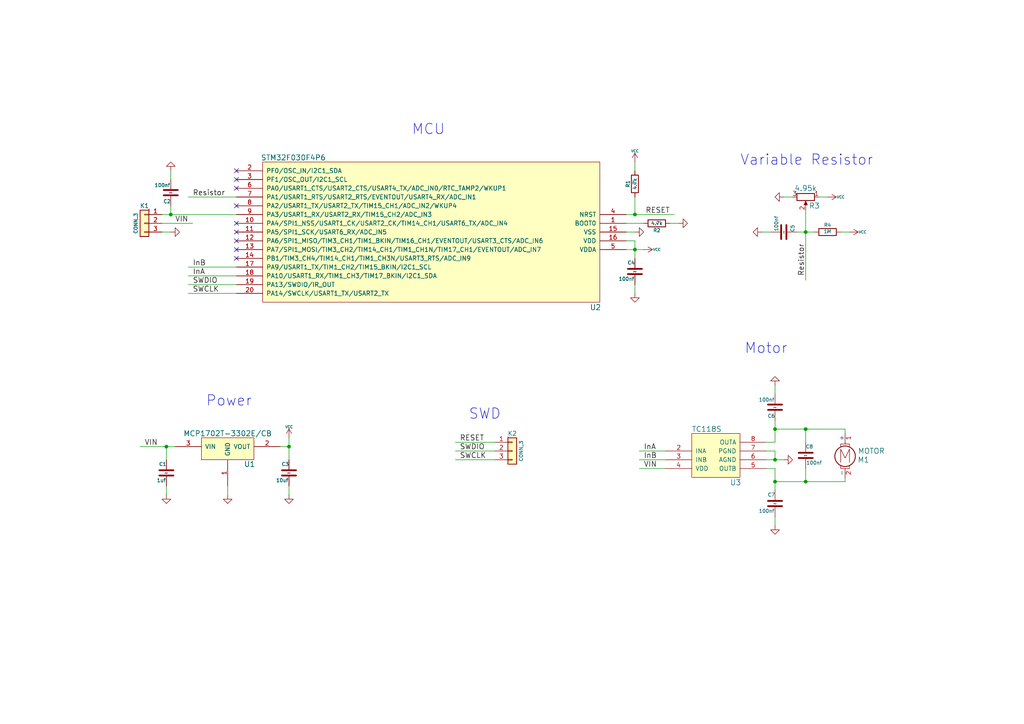
<source format=kicad_sch>
(kicad_sch (version 20211123) (generator eeschema)

  (uuid f976e2cc-36f9-4479-a816-2c74d1d5da6f)

  (paper "A4")

  (title_block
    (date "2022-04-19")
  )

  (lib_symbols
    (symbol "Connector_Generic:Conn_01x03" (pin_names (offset 1.016) hide) (in_bom yes) (on_board yes)
      (property "Reference" "J" (id 0) (at 0 5.08 0)
        (effects (font (size 1.27 1.27)))
      )
      (property "Value" "Conn_01x03" (id 1) (at 0 -5.08 0)
        (effects (font (size 1.27 1.27)))
      )
      (property "Footprint" "" (id 2) (at 0 0 0)
        (effects (font (size 1.27 1.27)) hide)
      )
      (property "Datasheet" "~" (id 3) (at 0 0 0)
        (effects (font (size 1.27 1.27)) hide)
      )
      (property "ki_keywords" "connector" (id 4) (at 0 0 0)
        (effects (font (size 1.27 1.27)) hide)
      )
      (property "ki_description" "Generic connector, single row, 01x03, script generated (kicad-library-utils/schlib/autogen/connector/)" (id 5) (at 0 0 0)
        (effects (font (size 1.27 1.27)) hide)
      )
      (property "ki_fp_filters" "Connector*:*_1x??_*" (id 6) (at 0 0 0)
        (effects (font (size 1.27 1.27)) hide)
      )
      (symbol "Conn_01x03_1_1"
        (rectangle (start -1.27 -2.413) (end 0 -2.667)
          (stroke (width 0.1524) (type default) (color 0 0 0 0))
          (fill (type none))
        )
        (rectangle (start -1.27 0.127) (end 0 -0.127)
          (stroke (width 0.1524) (type default) (color 0 0 0 0))
          (fill (type none))
        )
        (rectangle (start -1.27 2.667) (end 0 2.413)
          (stroke (width 0.1524) (type default) (color 0 0 0 0))
          (fill (type none))
        )
        (rectangle (start -1.27 3.81) (end 1.27 -3.81)
          (stroke (width 0.254) (type default) (color 0 0 0 0))
          (fill (type background))
        )
        (pin passive line (at -5.08 2.54 0) (length 3.81)
          (name "Pin_1" (effects (font (size 1.27 1.27))))
          (number "1" (effects (font (size 1.27 1.27))))
        )
        (pin passive line (at -5.08 0 0) (length 3.81)
          (name "Pin_2" (effects (font (size 1.27 1.27))))
          (number "2" (effects (font (size 1.27 1.27))))
        )
        (pin passive line (at -5.08 -2.54 0) (length 3.81)
          (name "Pin_3" (effects (font (size 1.27 1.27))))
          (number "3" (effects (font (size 1.27 1.27))))
        )
      )
    )
    (symbol "Device:C" (pin_numbers hide) (pin_names (offset 0.254)) (in_bom yes) (on_board yes)
      (property "Reference" "C" (id 0) (at 0.635 2.54 0)
        (effects (font (size 1.27 1.27)) (justify left))
      )
      (property "Value" "C" (id 1) (at 0.635 -2.54 0)
        (effects (font (size 1.27 1.27)) (justify left))
      )
      (property "Footprint" "" (id 2) (at 0.9652 -3.81 0)
        (effects (font (size 1.27 1.27)) hide)
      )
      (property "Datasheet" "~" (id 3) (at 0 0 0)
        (effects (font (size 1.27 1.27)) hide)
      )
      (property "ki_keywords" "cap capacitor" (id 4) (at 0 0 0)
        (effects (font (size 1.27 1.27)) hide)
      )
      (property "ki_description" "Unpolarized capacitor" (id 5) (at 0 0 0)
        (effects (font (size 1.27 1.27)) hide)
      )
      (property "ki_fp_filters" "C_*" (id 6) (at 0 0 0)
        (effects (font (size 1.27 1.27)) hide)
      )
      (symbol "C_0_1"
        (polyline
          (pts
            (xy -2.032 -0.762)
            (xy 2.032 -0.762)
          )
          (stroke (width 0.508) (type default) (color 0 0 0 0))
          (fill (type none))
        )
        (polyline
          (pts
            (xy -2.032 0.762)
            (xy 2.032 0.762)
          )
          (stroke (width 0.508) (type default) (color 0 0 0 0))
          (fill (type none))
        )
      )
      (symbol "C_1_1"
        (pin passive line (at 0 3.81 270) (length 2.794)
          (name "~" (effects (font (size 1.27 1.27))))
          (number "1" (effects (font (size 1.27 1.27))))
        )
        (pin passive line (at 0 -3.81 90) (length 2.794)
          (name "~" (effects (font (size 1.27 1.27))))
          (number "2" (effects (font (size 1.27 1.27))))
        )
      )
    )
    (symbol "Device:R" (pin_numbers hide) (pin_names (offset 0)) (in_bom yes) (on_board yes)
      (property "Reference" "R" (id 0) (at 2.032 0 90)
        (effects (font (size 1.27 1.27)))
      )
      (property "Value" "R" (id 1) (at 0 0 90)
        (effects (font (size 1.27 1.27)))
      )
      (property "Footprint" "" (id 2) (at -1.778 0 90)
        (effects (font (size 1.27 1.27)) hide)
      )
      (property "Datasheet" "~" (id 3) (at 0 0 0)
        (effects (font (size 1.27 1.27)) hide)
      )
      (property "ki_keywords" "R res resistor" (id 4) (at 0 0 0)
        (effects (font (size 1.27 1.27)) hide)
      )
      (property "ki_description" "Resistor" (id 5) (at 0 0 0)
        (effects (font (size 1.27 1.27)) hide)
      )
      (property "ki_fp_filters" "R_*" (id 6) (at 0 0 0)
        (effects (font (size 1.27 1.27)) hide)
      )
      (symbol "R_0_1"
        (rectangle (start -1.016 -2.54) (end 1.016 2.54)
          (stroke (width 0.254) (type default) (color 0 0 0 0))
          (fill (type none))
        )
      )
      (symbol "R_1_1"
        (pin passive line (at 0 3.81 270) (length 1.27)
          (name "~" (effects (font (size 1.27 1.27))))
          (number "1" (effects (font (size 1.27 1.27))))
        )
        (pin passive line (at 0 -3.81 90) (length 1.27)
          (name "~" (effects (font (size 1.27 1.27))))
          (number "2" (effects (font (size 1.27 1.27))))
        )
      )
    )
    (symbol "Device:R_Potentiometer" (pin_names (offset 1.016) hide) (in_bom yes) (on_board yes)
      (property "Reference" "RV" (id 0) (at -4.445 0 90)
        (effects (font (size 1.27 1.27)))
      )
      (property "Value" "R_Potentiometer" (id 1) (at -2.54 0 90)
        (effects (font (size 1.27 1.27)))
      )
      (property "Footprint" "" (id 2) (at 0 0 0)
        (effects (font (size 1.27 1.27)) hide)
      )
      (property "Datasheet" "~" (id 3) (at 0 0 0)
        (effects (font (size 1.27 1.27)) hide)
      )
      (property "ki_keywords" "resistor variable" (id 4) (at 0 0 0)
        (effects (font (size 1.27 1.27)) hide)
      )
      (property "ki_description" "Potentiometer" (id 5) (at 0 0 0)
        (effects (font (size 1.27 1.27)) hide)
      )
      (property "ki_fp_filters" "Potentiometer*" (id 6) (at 0 0 0)
        (effects (font (size 1.27 1.27)) hide)
      )
      (symbol "R_Potentiometer_0_1"
        (polyline
          (pts
            (xy 2.54 0)
            (xy 1.524 0)
          )
          (stroke (width 0) (type default) (color 0 0 0 0))
          (fill (type none))
        )
        (polyline
          (pts
            (xy 1.143 0)
            (xy 2.286 0.508)
            (xy 2.286 -0.508)
            (xy 1.143 0)
          )
          (stroke (width 0) (type default) (color 0 0 0 0))
          (fill (type outline))
        )
        (rectangle (start 1.016 2.54) (end -1.016 -2.54)
          (stroke (width 0.254) (type default) (color 0 0 0 0))
          (fill (type none))
        )
      )
      (symbol "R_Potentiometer_1_1"
        (pin passive line (at 0 3.81 270) (length 1.27)
          (name "1" (effects (font (size 1.27 1.27))))
          (number "1" (effects (font (size 1.27 1.27))))
        )
        (pin passive line (at 3.81 0 180) (length 1.27)
          (name "2" (effects (font (size 1.27 1.27))))
          (number "2" (effects (font (size 1.27 1.27))))
        )
        (pin passive line (at 0 -3.81 90) (length 1.27)
          (name "3" (effects (font (size 1.27 1.27))))
          (number "3" (effects (font (size 1.27 1.27))))
        )
      )
    )
    (symbol "Motor:Motor_DC_ALT" (pin_names (offset 0)) (in_bom yes) (on_board yes)
      (property "Reference" "M" (id 0) (at 2.54 2.54 0)
        (effects (font (size 1.27 1.27)) (justify left))
      )
      (property "Value" "Motor_DC_ALT" (id 1) (at 2.54 -5.08 0)
        (effects (font (size 1.27 1.27)) (justify left top))
      )
      (property "Footprint" "" (id 2) (at 0 -2.286 0)
        (effects (font (size 1.27 1.27)) hide)
      )
      (property "Datasheet" "~" (id 3) (at 0 -2.286 0)
        (effects (font (size 1.27 1.27)) hide)
      )
      (property "ki_keywords" "DC Motor" (id 4) (at 0 0 0)
        (effects (font (size 1.27 1.27)) hide)
      )
      (property "ki_description" "DC Motor, alternative symbol" (id 5) (at 0 0 0)
        (effects (font (size 1.27 1.27)) hide)
      )
      (property "ki_fp_filters" "PinHeader*P2.54mm* TerminalBlock*" (id 6) (at 0 0 0)
        (effects (font (size 1.27 1.27)) hide)
      )
      (symbol "Motor_DC_ALT_0_0"
        (circle (center 0 -1.524) (radius 2.9718)
          (stroke (width 0.254) (type default) (color 0 0 0 0))
          (fill (type none))
        )
        (polyline
          (pts
            (xy -1.27 -4.318)
            (xy -1.27 -5.08)
            (xy 1.27 -5.08)
            (xy 1.27 -4.318)
          )
          (stroke (width 0) (type default) (color 0 0 0 0))
          (fill (type none))
        )
        (polyline
          (pts
            (xy -1.27 1.27)
            (xy -1.27 2.032)
            (xy 1.27 2.032)
            (xy 1.27 1.27)
          )
          (stroke (width 0) (type default) (color 0 0 0 0))
          (fill (type none))
        )
        (polyline
          (pts
            (xy -1.27 -3.302)
            (xy -1.27 0.508)
            (xy 0 -2.032)
            (xy 1.27 0.508)
            (xy 1.27 -3.302)
          )
          (stroke (width 0) (type default) (color 0 0 0 0))
          (fill (type none))
        )
      )
      (symbol "Motor_DC_ALT_0_1"
        (polyline
          (pts
            (xy 0 2.032)
            (xy 0 2.54)
          )
          (stroke (width 0) (type default) (color 0 0 0 0))
          (fill (type none))
        )
      )
      (symbol "Motor_DC_ALT_1_1"
        (pin passive line (at 0 5.08 270) (length 2.54)
          (name "+" (effects (font (size 1.27 1.27))))
          (number "1" (effects (font (size 1.27 1.27))))
        )
        (pin passive line (at 0 -7.62 90) (length 2.54)
          (name "-" (effects (font (size 1.27 1.27))))
          (number "2" (effects (font (size 1.27 1.27))))
        )
      )
    )
    (symbol "RS-Quadruped:MCP1702T-3302E{slash}CB" (pin_names (offset 1.016)) (in_bom yes) (on_board yes)
      (property "Reference" "U?" (id 0) (at 6.35 -5.08 0)
        (effects (font (size 1.524 1.524)))
      )
      (property "Value" "MCP1702T-3302E{slash}CB" (id 1) (at 0 3.81 0)
        (effects (font (size 1.524 1.524)))
      )
      (property "Footprint" "" (id 2) (at 0 7.62 0)
        (effects (font (size 1.524 1.524)))
      )
      (property "Datasheet" "" (id 3) (at 0 7.62 0)
        (effects (font (size 1.524 1.524)))
      )
      (symbol "MCP1702T-3302E{slash}CB_0_1"
        (rectangle (start -7.62 -3.81) (end 7.62 2.54)
          (stroke (width 0) (type default) (color 0 0 0 0))
          (fill (type background))
        )
      )
      (symbol "MCP1702T-3302E{slash}CB_1_1"
        (pin input line (at 0 -11.43 90) (length 7.62)
          (name "GND" (effects (font (size 1.27 1.27))))
          (number "1" (effects (font (size 1.27 1.27))))
        )
        (pin input line (at 15.24 0 180) (length 7.62)
          (name "VOUT" (effects (font (size 1.27 1.27))))
          (number "2" (effects (font (size 1.27 1.27))))
        )
        (pin input line (at -15.24 0 0) (length 7.62)
          (name "VIN" (effects (font (size 1.27 1.27))))
          (number "3" (effects (font (size 1.27 1.27))))
        )
      )
    )
    (symbol "RS-Quadruped:STM32F030F4P6" (pin_names (offset 1.016)) (in_bom yes) (on_board yes)
      (property "Reference" "U?" (id 0) (at 96.52 -39.624 0)
        (effects (font (size 1.524 1.524)))
      )
      (property "Value" "STM32F030F4P6" (id 1) (at 8.89 3.81 0)
        (effects (font (size 1.524 1.524)))
      )
      (property "Footprint" "" (id 2) (at 8.89 3.81 0)
        (effects (font (size 1.524 1.524)))
      )
      (property "Datasheet" "" (id 3) (at 8.89 3.81 0)
        (effects (font (size 1.524 1.524)))
      )
      (symbol "STM32F030F4P6_0_1"
        (rectangle (start 0 2.54) (end 97.79 -38.1)
          (stroke (width 0) (type default) (color 0 0 0 0))
          (fill (type background))
        )
      )
      (symbol "STM32F030F4P6_1_1"
        (pin input line (at 105.41 -15.24 180) (length 7.62)
          (name "BOOT0" (effects (font (size 1.27 1.27))))
          (number "1" (effects (font (size 1.27 1.27))))
        )
        (pin input line (at -7.62 -15.24 0) (length 7.62)
          (name "PA4/SPI1_NSS/USART1_CK/USART2_CK/TIM14_CH1/USART6_TX/ADC_IN4" (effects (font (size 1.27 1.27))))
          (number "10" (effects (font (size 1.27 1.27))))
        )
        (pin input line (at -7.62 -17.78 0) (length 7.62)
          (name "PA5/SPI1_SCK/USART6_RX/ADC_IN5" (effects (font (size 1.27 1.27))))
          (number "11" (effects (font (size 1.27 1.27))))
        )
        (pin input line (at -7.62 -20.32 0) (length 7.62)
          (name "PA6/SPI1_MISO/TIM3_CH1/TIM1_BKIN/TIM16_CH1/EVENTOUT/USART3_CTS/ADC_IN6" (effects (font (size 1.27 1.27))))
          (number "12" (effects (font (size 1.27 1.27))))
        )
        (pin input line (at -7.62 -22.86 0) (length 7.62)
          (name "PA7/SPI1_MOSI/TIM3_CH2/TIM14_CH1/TIM1_CH1N/TIM17_CH1/EVENTOUT/ADC_IN7" (effects (font (size 1.27 1.27))))
          (number "13" (effects (font (size 1.27 1.27))))
        )
        (pin input line (at -7.62 -25.4 0) (length 7.62)
          (name "PB1/TIM3_CH4/TIM14_CH1/TIM1_CH3N/USART3_RTS/ADC_IN9" (effects (font (size 1.27 1.27))))
          (number "14" (effects (font (size 1.27 1.27))))
        )
        (pin input line (at 105.41 -17.78 180) (length 7.62)
          (name "VSS" (effects (font (size 1.27 1.27))))
          (number "15" (effects (font (size 1.27 1.27))))
        )
        (pin input line (at 105.41 -20.32 180) (length 7.62)
          (name "VDD" (effects (font (size 1.27 1.27))))
          (number "16" (effects (font (size 1.27 1.27))))
        )
        (pin input line (at -7.62 -27.94 0) (length 7.62)
          (name "PA9/USART1_TX/TIM1_CH2/TIM15_BKIN/I2C1_SCL" (effects (font (size 1.27 1.27))))
          (number "17" (effects (font (size 1.27 1.27))))
        )
        (pin input line (at -7.62 -30.48 0) (length 7.62)
          (name "PA10/USART1_RX/TIM1_CH3/TIM17_BKIN/I2C1_SDA" (effects (font (size 1.27 1.27))))
          (number "18" (effects (font (size 1.27 1.27))))
        )
        (pin input line (at -7.62 -33.02 0) (length 7.62)
          (name "PA13/SWDIO/IR_OUT" (effects (font (size 1.27 1.27))))
          (number "19" (effects (font (size 1.27 1.27))))
        )
        (pin input line (at -7.62 0 0) (length 7.62)
          (name "PF0/OSC_IN/I2C1_SDA" (effects (font (size 1.27 1.27))))
          (number "2" (effects (font (size 1.27 1.27))))
        )
        (pin input line (at -7.62 -35.56 0) (length 7.62)
          (name "PA14/SWCLK/USART1_TX/USART2_TX" (effects (font (size 1.27 1.27))))
          (number "20" (effects (font (size 1.27 1.27))))
        )
        (pin input line (at -7.62 -2.54 0) (length 7.62)
          (name "PF1/OSC_OUT/I2C1_SCL" (effects (font (size 1.27 1.27))))
          (number "3" (effects (font (size 1.27 1.27))))
        )
        (pin input line (at 105.41 -12.7 180) (length 7.62)
          (name "NRST" (effects (font (size 1.27 1.27))))
          (number "4" (effects (font (size 1.27 1.27))))
        )
        (pin input line (at 105.41 -22.86 180) (length 7.62)
          (name "VDDA" (effects (font (size 1.27 1.27))))
          (number "5" (effects (font (size 1.27 1.27))))
        )
        (pin input line (at -7.62 -5.08 0) (length 7.62)
          (name "PA0/USART1_CTS/USART2_CTS/USART4_TX/ADC_IN0/RTC_TAMP2/WKUP1" (effects (font (size 1.27 1.27))))
          (number "6" (effects (font (size 1.27 1.27))))
        )
        (pin input line (at -7.62 -7.62 0) (length 7.62)
          (name "PA1/USART1_RTS/USART2_RTS/EVENTOUT/USART4_RX/ADC_IN1" (effects (font (size 1.27 1.27))))
          (number "7" (effects (font (size 1.27 1.27))))
        )
        (pin input line (at -7.62 -10.16 0) (length 7.62)
          (name "PA2/USART1_TX/USART2_TX/TIM15_CH1/ADC_IN2/WKUP4" (effects (font (size 1.27 1.27))))
          (number "8" (effects (font (size 1.27 1.27))))
        )
        (pin input line (at -7.62 -12.7 0) (length 7.62)
          (name "PA3/USART1_RX/USART2_RX/TIM15_CH2/ADC_IN3" (effects (font (size 1.27 1.27))))
          (number "9" (effects (font (size 1.27 1.27))))
        )
      )
    )
    (symbol "RS-Quadruped:TC118S" (pin_names (offset 1.016)) (in_bom yes) (on_board yes)
      (property "Reference" "U?" (id 0) (at 12.7 -11.684 0)
        (effects (font (size 1.524 1.524)))
      )
      (property "Value" "TC118S" (id 1) (at 4.318 3.81 0)
        (effects (font (size 1.524 1.524)))
      )
      (property "Footprint" "" (id 2) (at 0 1.27 0)
        (effects (font (size 1.524 1.524)))
      )
      (property "Datasheet" "" (id 3) (at 0 1.27 0)
        (effects (font (size 1.524 1.524)))
      )
      (symbol "TC118S_0_1"
        (rectangle (start 0 -10.16) (end 13.97 2.54)
          (stroke (width 0) (type default) (color 0 0 0 0))
          (fill (type background))
        )
      )
      (symbol "TC118S_1_1"
        (pin input line (at -7.62 -2.54 0) (length 7.62)
          (name "INA" (effects (font (size 1.27 1.27))))
          (number "2" (effects (font (size 1.27 1.27))))
        )
        (pin input line (at -7.62 -5.08 0) (length 7.62)
          (name "INB" (effects (font (size 1.27 1.27))))
          (number "3" (effects (font (size 1.27 1.27))))
        )
        (pin input line (at -7.62 -7.62 0) (length 7.62)
          (name "VDD" (effects (font (size 1.27 1.27))))
          (number "4" (effects (font (size 1.27 1.27))))
        )
        (pin input line (at 21.59 -7.62 180) (length 7.62)
          (name "OUTB" (effects (font (size 1.27 1.27))))
          (number "5" (effects (font (size 1.27 1.27))))
        )
        (pin input line (at 21.59 -5.08 180) (length 7.62)
          (name "AGND" (effects (font (size 1.27 1.27))))
          (number "6" (effects (font (size 1.27 1.27))))
        )
        (pin input line (at 21.59 -2.54 180) (length 7.62)
          (name "PGND" (effects (font (size 1.27 1.27))))
          (number "7" (effects (font (size 1.27 1.27))))
        )
        (pin input line (at 21.59 0 180) (length 7.62)
          (name "OUTA" (effects (font (size 1.27 1.27))))
          (number "8" (effects (font (size 1.27 1.27))))
        )
      )
    )
    (symbol "power:GND" (power) (pin_names (offset 0)) (in_bom yes) (on_board yes)
      (property "Reference" "#PWR" (id 0) (at 0 -6.35 0)
        (effects (font (size 1.27 1.27)) hide)
      )
      (property "Value" "GND" (id 1) (at 0 -3.81 0)
        (effects (font (size 1.27 1.27)))
      )
      (property "Footprint" "" (id 2) (at 0 0 0)
        (effects (font (size 1.27 1.27)) hide)
      )
      (property "Datasheet" "" (id 3) (at 0 0 0)
        (effects (font (size 1.27 1.27)) hide)
      )
      (property "ki_keywords" "power-flag" (id 4) (at 0 0 0)
        (effects (font (size 1.27 1.27)) hide)
      )
      (property "ki_description" "Power symbol creates a global label with name \"GND\" , ground" (id 5) (at 0 0 0)
        (effects (font (size 1.27 1.27)) hide)
      )
      (symbol "GND_0_1"
        (polyline
          (pts
            (xy 0 0)
            (xy 0 -1.27)
            (xy 1.27 -1.27)
            (xy 0 -2.54)
            (xy -1.27 -1.27)
            (xy 0 -1.27)
          )
          (stroke (width 0) (type default) (color 0 0 0 0))
          (fill (type none))
        )
      )
      (symbol "GND_1_1"
        (pin power_in line (at 0 0 270) (length 0) hide
          (name "GND" (effects (font (size 1.27 1.27))))
          (number "1" (effects (font (size 1.27 1.27))))
        )
      )
    )
    (symbol "power:VCC" (power) (pin_names (offset 0)) (in_bom yes) (on_board yes)
      (property "Reference" "#PWR" (id 0) (at 0 -3.81 0)
        (effects (font (size 1.27 1.27)) hide)
      )
      (property "Value" "VCC" (id 1) (at 0 3.81 0)
        (effects (font (size 1.27 1.27)))
      )
      (property "Footprint" "" (id 2) (at 0 0 0)
        (effects (font (size 1.27 1.27)) hide)
      )
      (property "Datasheet" "" (id 3) (at 0 0 0)
        (effects (font (size 1.27 1.27)) hide)
      )
      (property "ki_keywords" "power-flag" (id 4) (at 0 0 0)
        (effects (font (size 1.27 1.27)) hide)
      )
      (property "ki_description" "Power symbol creates a global label with name \"VCC\"" (id 5) (at 0 0 0)
        (effects (font (size 1.27 1.27)) hide)
      )
      (symbol "VCC_0_1"
        (polyline
          (pts
            (xy -0.762 1.27)
            (xy 0 2.54)
          )
          (stroke (width 0) (type default) (color 0 0 0 0))
          (fill (type none))
        )
        (polyline
          (pts
            (xy 0 0)
            (xy 0 2.54)
          )
          (stroke (width 0) (type default) (color 0 0 0 0))
          (fill (type none))
        )
        (polyline
          (pts
            (xy 0 2.54)
            (xy 0.762 1.27)
          )
          (stroke (width 0) (type default) (color 0 0 0 0))
          (fill (type none))
        )
      )
      (symbol "VCC_1_1"
        (pin power_in line (at 0 0 90) (length 0) hide
          (name "VCC" (effects (font (size 1.27 1.27))))
          (number "1" (effects (font (size 1.27 1.27))))
        )
      )
    )
  )

  (junction (at 49.53 62.23) (diameter 0) (color 0 0 0 0)
    (uuid 0e1ed1c5-7428-4dc7-b76e-49b2d5f8177d)
  )
  (junction (at 224.79 124.46) (diameter 0) (color 0 0 0 0)
    (uuid 29e78086-2175-405e-9ba3-c48766d2f50c)
  )
  (junction (at 48.26 129.54) (diameter 0) (color 0 0 0 0)
    (uuid 40165eda-4ba6-4565-9bb4-b9df6dbb08da)
  )
  (junction (at 233.68 124.46) (diameter 0) (color 0 0 0 0)
    (uuid 7aed3a71-054b-4aaa-9c0a-030523c32827)
  )
  (junction (at 233.68 67.31) (diameter 0) (color 0 0 0 0)
    (uuid 8174b4de-74b1-48db-ab8e-c8432251095b)
  )
  (junction (at 83.82 129.54) (diameter 0) (color 0 0 0 0)
    (uuid 8c6a821f-8e19-48f3-8f44-9b340f7689bc)
  )
  (junction (at 224.79 133.35) (diameter 0) (color 0 0 0 0)
    (uuid 9340c285-5767-42d5-8b6d-63fe2a40ddf3)
  )
  (junction (at 184.15 62.23) (diameter 0) (color 0 0 0 0)
    (uuid 965308c8-e014-459a-b9db-b8493a601c62)
  )
  (junction (at 184.15 72.39) (diameter 0) (color 0 0 0 0)
    (uuid a27eb049-c992-4f11-a026-1e6a8d9d0160)
  )
  (junction (at 224.79 139.7) (diameter 0) (color 0 0 0 0)
    (uuid aa14c3bd-4acc-4908-9d28-228585a22a9d)
  )
  (junction (at 233.68 139.7) (diameter 0) (color 0 0 0 0)
    (uuid c0515cd2-cdaa-467e-8354-0f6eadfa35c9)
  )

  (no_connect (at 68.58 49.53) (uuid 21ae9c3a-7138-444e-be38-56a4842ab594))
  (no_connect (at 68.58 67.31) (uuid 57c0c267-8bf9-4cc7-b734-d71a239ac313))
  (no_connect (at 68.58 74.93) (uuid 5ca4be1c-537e-4a4a-b344-d0c8ffde8546))
  (no_connect (at 68.58 72.39) (uuid 67763d19-f622-4e1e-81e5-5b24da7c3f99))
  (no_connect (at 68.58 59.69) (uuid 7cee474b-af8f-4832-b07a-c43c1ab0b464))
  (no_connect (at 68.58 64.77) (uuid 853ee787-6e2c-4f32-bc75-6c17337dd3d5))
  (no_connect (at 68.58 69.85) (uuid 994b6220-4755-4d84-91b3-6122ac1c2c5e))
  (no_connect (at 68.58 54.61) (uuid 9cb12cc8-7f1a-4a01-9256-c119f11a8a02))
  (no_connect (at 68.58 52.07) (uuid c7e7067c-5f5e-48d8-ab59-df26f9b35863))

  (wire (pts (xy 245.11 125.73) (xy 245.11 124.46))
    (stroke (width 0) (type default) (color 0 0 0 0))
    (uuid 023d436b-d6a6-4465-80eb-82748555c78a)
  )
  (wire (pts (xy 224.79 124.46) (xy 233.68 124.46))
    (stroke (width 0) (type default) (color 0 0 0 0))
    (uuid 03c52831-5dc5-43c5-a442-8d23643b46fb)
  )
  (wire (pts (xy 48.26 143.51) (xy 48.26 140.97))
    (stroke (width 0) (type default) (color 0 0 0 0))
    (uuid 08a7c925-7fae-4530-b0c9-120e185cb318)
  )
  (wire (pts (xy 48.26 129.54) (xy 50.8 129.54))
    (stroke (width 0) (type default) (color 0 0 0 0))
    (uuid 0a1d0cbe-85ab-4f0f-b3b1-fcef21dfb600)
  )
  (wire (pts (xy 224.79 124.46) (xy 224.79 128.27))
    (stroke (width 0) (type default) (color 0 0 0 0))
    (uuid 0a5610bb-d01a-4417-8271-dc424dd2c838)
  )
  (wire (pts (xy 224.79 152.4) (xy 224.79 149.86))
    (stroke (width 0) (type default) (color 0 0 0 0))
    (uuid 0b21a65d-d20b-411e-920a-75c343ac5136)
  )
  (wire (pts (xy 181.61 62.23) (xy 184.15 62.23))
    (stroke (width 0) (type default) (color 0 0 0 0))
    (uuid 0c3dceba-7c95-4b3d-b590-0eb581444beb)
  )
  (wire (pts (xy 240.03 57.15) (xy 237.49 57.15))
    (stroke (width 0) (type default) (color 0 0 0 0))
    (uuid 0eaa98f0-9565-4637-ace3-42a5231b07f7)
  )
  (wire (pts (xy 224.79 128.27) (xy 222.25 128.27))
    (stroke (width 0) (type default) (color 0 0 0 0))
    (uuid 0f22151c-f260-4674-b486-4710a2c42a55)
  )
  (wire (pts (xy 181.61 69.85) (xy 184.15 69.85))
    (stroke (width 0) (type default) (color 0 0 0 0))
    (uuid 0ff508fd-18da-4ab7-9844-3c8a28c2587e)
  )
  (wire (pts (xy 49.53 67.31) (xy 46.99 67.31))
    (stroke (width 0) (type default) (color 0 0 0 0))
    (uuid 127679a9-3981-4934-815e-896a4e3ff56e)
  )
  (wire (pts (xy 222.25 133.35) (xy 224.79 133.35))
    (stroke (width 0) (type default) (color 0 0 0 0))
    (uuid 181abe7a-f941-42b6-bd46-aaa3131f90fb)
  )
  (wire (pts (xy 143.51 128.27) (xy 132.08 128.27))
    (stroke (width 0) (type default) (color 0 0 0 0))
    (uuid 182b2d54-931d-49d6-9f39-60a752623e36)
  )
  (wire (pts (xy 224.79 111.76) (xy 224.79 114.3))
    (stroke (width 0) (type default) (color 0 0 0 0))
    (uuid 1831fb37-1c5d-42c4-b898-151be6fca9dc)
  )
  (wire (pts (xy 55.88 64.77) (xy 46.99 64.77))
    (stroke (width 0) (type default) (color 0 0 0 0))
    (uuid 1bf544e3-5940-4576-9291-2464e95c0ee2)
  )
  (wire (pts (xy 184.15 62.23) (xy 195.58 62.23))
    (stroke (width 0) (type default) (color 0 0 0 0))
    (uuid 1cb64bfe-d819-47e3-be11-515b04f2c451)
  )
  (wire (pts (xy 68.58 85.09) (xy 54.61 85.09))
    (stroke (width 0) (type default) (color 0 0 0 0))
    (uuid 2dc272bd-3aa2-45b5-889d-1d3c8aac80f8)
  )
  (wire (pts (xy 184.15 69.85) (xy 184.15 72.39))
    (stroke (width 0) (type default) (color 0 0 0 0))
    (uuid 378af8b4-af3d-46e7-89ae-deff12ca9067)
  )
  (wire (pts (xy 222.25 135.89) (xy 224.79 135.89))
    (stroke (width 0) (type default) (color 0 0 0 0))
    (uuid 3cd1bda0-18db-417d-b581-a0c50623df68)
  )
  (wire (pts (xy 181.61 64.77) (xy 186.69 64.77))
    (stroke (width 0) (type default) (color 0 0 0 0))
    (uuid 3fd22aa0-b338-4485-bd2b-592dbf4208de)
  )
  (wire (pts (xy 224.79 139.7) (xy 224.79 142.24))
    (stroke (width 0) (type default) (color 0 0 0 0))
    (uuid 42ecdba3-f348-4384-8d4b-cd21e56f3613)
  )
  (wire (pts (xy 220.98 67.31) (xy 223.52 67.31))
    (stroke (width 0) (type default) (color 0 0 0 0))
    (uuid 48ab88d7-7084-4d02-b109-3ad55a30bb11)
  )
  (wire (pts (xy 48.26 129.54) (xy 48.26 133.35))
    (stroke (width 0) (type default) (color 0 0 0 0))
    (uuid 4a4ec8d9-3d72-4952-83d4-808f65849a2b)
  )
  (wire (pts (xy 233.68 139.7) (xy 233.68 135.89))
    (stroke (width 0) (type default) (color 0 0 0 0))
    (uuid 4c8eb964-bdf4-44de-90e9-e2ab82dd5313)
  )
  (wire (pts (xy 245.11 139.7) (xy 245.11 138.43))
    (stroke (width 0) (type default) (color 0 0 0 0))
    (uuid 4e7635a6-0728-48fa-b009-c4e83e2819d1)
  )
  (wire (pts (xy 49.53 62.23) (xy 68.58 62.23))
    (stroke (width 0) (type default) (color 0 0 0 0))
    (uuid 60d26b83-9c3a-4edb-93ef-ab3d9d05e8cb)
  )
  (wire (pts (xy 83.82 143.51) (xy 83.82 140.97))
    (stroke (width 0) (type default) (color 0 0 0 0))
    (uuid 61fe293f-6808-4b7f-9340-9aaac7054a97)
  )
  (wire (pts (xy 81.28 129.54) (xy 83.82 129.54))
    (stroke (width 0) (type default) (color 0 0 0 0))
    (uuid 6475547d-3216-45a4-a15c-48314f1dd0f9)
  )
  (wire (pts (xy 83.82 127) (xy 83.82 129.54))
    (stroke (width 0) (type default) (color 0 0 0 0))
    (uuid 6bfe5804-2ef9-4c65-b2a7-f01e4014370a)
  )
  (wire (pts (xy 227.33 57.15) (xy 229.87 57.15))
    (stroke (width 0) (type default) (color 0 0 0 0))
    (uuid 704d6d51-bb34-4cbf-83d8-841e208048d8)
  )
  (wire (pts (xy 184.15 85.09) (xy 184.15 82.55))
    (stroke (width 0) (type default) (color 0 0 0 0))
    (uuid 70e15522-1572-4451-9c0d-6d36ac70d8c6)
  )
  (wire (pts (xy 181.61 72.39) (xy 184.15 72.39))
    (stroke (width 0) (type default) (color 0 0 0 0))
    (uuid 716e31c5-485f-40b5-88e3-a75900da9811)
  )
  (wire (pts (xy 193.04 130.81) (xy 185.42 130.81))
    (stroke (width 0) (type default) (color 0 0 0 0))
    (uuid 80094b70-85ab-4ff6-934b-60d5ee65023a)
  )
  (wire (pts (xy 233.68 124.46) (xy 233.68 128.27))
    (stroke (width 0) (type default) (color 0 0 0 0))
    (uuid 85aa3e59-e27f-4b61-8b58-d2aa7aa861e1)
  )
  (wire (pts (xy 66.04 143.51) (xy 66.04 140.97))
    (stroke (width 0) (type default) (color 0 0 0 0))
    (uuid 8e06ba1f-e3ba-4eb9-a10e-887dffd566d6)
  )
  (wire (pts (xy 233.68 60.96) (xy 233.68 67.31))
    (stroke (width 0) (type default) (color 0 0 0 0))
    (uuid 90636adc-b0a0-4fba-bb11-5d04d059ca9d)
  )
  (wire (pts (xy 40.64 129.54) (xy 48.26 129.54))
    (stroke (width 0) (type default) (color 0 0 0 0))
    (uuid 922058ca-d09a-45fd-8394-05f3e2c1e03a)
  )
  (wire (pts (xy 224.79 139.7) (xy 233.68 139.7))
    (stroke (width 0) (type default) (color 0 0 0 0))
    (uuid 94a873dc-af67-4ef9-8159-1f7c93eeb3d7)
  )
  (wire (pts (xy 184.15 72.39) (xy 184.15 74.93))
    (stroke (width 0) (type default) (color 0 0 0 0))
    (uuid 9f4abbc0-6ac3-48f0-b823-2c1c19349540)
  )
  (wire (pts (xy 46.99 62.23) (xy 49.53 62.23))
    (stroke (width 0) (type default) (color 0 0 0 0))
    (uuid a15a7506-eae4-4933-84da-9ad754258706)
  )
  (wire (pts (xy 233.68 67.31) (xy 236.22 67.31))
    (stroke (width 0) (type default) (color 0 0 0 0))
    (uuid a22bec73-a69c-4ab7-8d8d-f6a6b09f925f)
  )
  (wire (pts (xy 184.15 46.99) (xy 184.15 49.53))
    (stroke (width 0) (type default) (color 0 0 0 0))
    (uuid a5cd8da1-8f7f-4f80-bb23-0317de562222)
  )
  (wire (pts (xy 49.53 49.53) (xy 49.53 52.07))
    (stroke (width 0) (type default) (color 0 0 0 0))
    (uuid aa2ea573-3f20-43c1-aa99-1f9c6031a9aa)
  )
  (wire (pts (xy 184.15 57.15) (xy 184.15 62.23))
    (stroke (width 0) (type default) (color 0 0 0 0))
    (uuid abe07c9a-17c3-43b5-b7a6-ae867ac27ea7)
  )
  (wire (pts (xy 83.82 129.54) (xy 83.82 133.35))
    (stroke (width 0) (type default) (color 0 0 0 0))
    (uuid ae158d42-76cc-4911-a621-4cc28931c98b)
  )
  (wire (pts (xy 184.15 67.31) (xy 181.61 67.31))
    (stroke (width 0) (type default) (color 0 0 0 0))
    (uuid b1086f75-01ba-4188-8d36-75a9e2828ca9)
  )
  (wire (pts (xy 233.68 124.46) (xy 245.11 124.46))
    (stroke (width 0) (type default) (color 0 0 0 0))
    (uuid b44c0167-50fe-4c67-94fb-5ce2e6f52544)
  )
  (wire (pts (xy 143.51 133.35) (xy 132.08 133.35))
    (stroke (width 0) (type default) (color 0 0 0 0))
    (uuid bd065eaf-e495-4837-bdb3-129934de1fc7)
  )
  (wire (pts (xy 233.68 67.31) (xy 233.68 81.28))
    (stroke (width 0) (type default) (color 0 0 0 0))
    (uuid bd29b6d3-a58c-4b1f-9c20-de4efb708ab2)
  )
  (wire (pts (xy 185.42 135.89) (xy 193.04 135.89))
    (stroke (width 0) (type default) (color 0 0 0 0))
    (uuid bdc7face-9f7c-4701-80bb-4cc144448db1)
  )
  (wire (pts (xy 224.79 130.81) (xy 222.25 130.81))
    (stroke (width 0) (type default) (color 0 0 0 0))
    (uuid c41b3c8b-634e-435a-b582-96b83bbd4032)
  )
  (wire (pts (xy 68.58 82.55) (xy 54.61 82.55))
    (stroke (width 0) (type default) (color 0 0 0 0))
    (uuid cb24efdd-07c6-4317-9277-131625b065ac)
  )
  (wire (pts (xy 54.61 77.47) (xy 68.58 77.47))
    (stroke (width 0) (type default) (color 0 0 0 0))
    (uuid cdfb07af-801b-44ba-8c30-d021a6ad3039)
  )
  (wire (pts (xy 224.79 133.35) (xy 224.79 130.81))
    (stroke (width 0) (type default) (color 0 0 0 0))
    (uuid ce83728b-bebd-48c2-8734-b6a50d837931)
  )
  (wire (pts (xy 185.42 133.35) (xy 193.04 133.35))
    (stroke (width 0) (type default) (color 0 0 0 0))
    (uuid d4a1d3c4-b315-4bec-9220-d12a9eab51e0)
  )
  (wire (pts (xy 224.79 135.89) (xy 224.79 139.7))
    (stroke (width 0) (type default) (color 0 0 0 0))
    (uuid d57dcfee-5058-4fc2-a68b-05f9a48f685b)
  )
  (wire (pts (xy 184.15 72.39) (xy 186.69 72.39))
    (stroke (width 0) (type default) (color 0 0 0 0))
    (uuid d5f4d798-57d3-493b-b57c-3b6e89508879)
  )
  (wire (pts (xy 196.85 64.77) (xy 194.31 64.77))
    (stroke (width 0) (type default) (color 0 0 0 0))
    (uuid db36f6e3-e72a-487f-bda9-88cc84536f62)
  )
  (wire (pts (xy 233.68 139.7) (xy 245.11 139.7))
    (stroke (width 0) (type default) (color 0 0 0 0))
    (uuid dd2d59b3-ddef-491f-bb57-eb3d3820bdeb)
  )
  (wire (pts (xy 246.38 67.31) (xy 243.84 67.31))
    (stroke (width 0) (type default) (color 0 0 0 0))
    (uuid e21aa84b-970e-47cf-b64f-3b55ee0e1b51)
  )
  (wire (pts (xy 143.51 130.81) (xy 132.08 130.81))
    (stroke (width 0) (type default) (color 0 0 0 0))
    (uuid e43dbe34-ed17-4e35-a5c7-2f1679b3c415)
  )
  (wire (pts (xy 224.79 133.35) (xy 227.33 133.35))
    (stroke (width 0) (type default) (color 0 0 0 0))
    (uuid e4504518-96e7-4c9e-8457-7273f5a490f1)
  )
  (wire (pts (xy 68.58 57.15) (xy 54.61 57.15))
    (stroke (width 0) (type default) (color 0 0 0 0))
    (uuid e4c6fdbb-fdc7-4ad4-a516-240d84cdc120)
  )
  (wire (pts (xy 68.58 80.01) (xy 54.61 80.01))
    (stroke (width 0) (type default) (color 0 0 0 0))
    (uuid e6b860cc-cb76-4220-acfb-68f1eb348bfa)
  )
  (wire (pts (xy 49.53 59.69) (xy 49.53 62.23))
    (stroke (width 0) (type default) (color 0 0 0 0))
    (uuid f40d350f-0d3e-4f8a-b004-d950f2f8f1ba)
  )
  (wire (pts (xy 231.14 67.31) (xy 233.68 67.31))
    (stroke (width 0) (type default) (color 0 0 0 0))
    (uuid fd470e95-4861-44fe-b1e4-6d8a7c66e144)
  )
  (wire (pts (xy 224.79 121.92) (xy 224.79 124.46))
    (stroke (width 0) (type default) (color 0 0 0 0))
    (uuid fe8d9267-7834-48d6-a191-c8724b2ee78d)
  )

  (text "MCU" (at 119.38 39.37 0)
    (effects (font (size 2.9972 2.9972)) (justify left bottom))
    (uuid 13c0ff76-ed71-4cd9-abb0-92c376825d5d)
  )
  (text "SWD" (at 135.89 121.92 0)
    (effects (font (size 2.9972 2.9972)) (justify left bottom))
    (uuid 19c56563-5fe3-442a-885b-418dbc2421eb)
  )
  (text "Variable Resistor" (at 214.63 48.26 0)
    (effects (font (size 2.9972 2.9972)) (justify left bottom))
    (uuid babeabf2-f3b0-4ed5-8d9e-0215947e6cf3)
  )
  (text "Power" (at 59.69 118.11 0)
    (effects (font (size 2.9972 2.9972)) (justify left bottom))
    (uuid c8c79177-94d4-43e2-a654-f0a5554fbb68)
  )
  (text "Motor" (at 215.9 102.87 0)
    (effects (font (size 2.9972 2.9972)) (justify left bottom))
    (uuid df68c26a-03b5-4466-aecf-ba34b7dce6b7)
  )

  (label "VIN" (at 41.91 129.54 0)
    (effects (font (size 1.524 1.524)) (justify left bottom))
    (uuid 0f54db53-a272-4955-88fb-d7ab00657bb0)
  )
  (label "SWDIO" (at 133.35 130.81 0)
    (effects (font (size 1.524 1.524)) (justify left bottom))
    (uuid 14769dc5-8525-4984-8b15-a734ee247efa)
  )
  (label "VIN" (at 54.61 64.77 180)
    (effects (font (size 1.524 1.524)) (justify right bottom))
    (uuid 3aaee4c4-dbf7-49a5-a620-9465d8cc3ae7)
  )
  (label "InB" (at 186.69 133.35 0)
    (effects (font (size 1.524 1.524)) (justify left bottom))
    (uuid 4780a290-d25c-4459-9579-eba3f7678762)
  )
  (label "RESET" (at 133.35 128.27 0)
    (effects (font (size 1.524 1.524)) (justify left bottom))
    (uuid 5114c7bf-b955-49f3-a0a8-4b954c81bde0)
  )
  (label "SWDIO" (at 55.88 82.55 0)
    (effects (font (size 1.524 1.524)) (justify left bottom))
    (uuid 5bcace5d-edd0-4e19-92d0-835e43cf8eb2)
  )
  (label "SWCLK" (at 55.88 85.09 0)
    (effects (font (size 1.524 1.524)) (justify left bottom))
    (uuid 6c2d26bc-6eca-436c-8025-79f817bf57d6)
  )
  (label "SWCLK" (at 133.35 133.35 0)
    (effects (font (size 1.524 1.524)) (justify left bottom))
    (uuid 6ec113ca-7d27-4b14-a180-1e5e2fd1c167)
  )
  (label "Resistor" (at 55.88 57.15 0)
    (effects (font (size 1.524 1.524)) (justify left bottom))
    (uuid 789ca812-3e0c-4a3f-97bc-a916dd9bce80)
  )
  (label "InA" (at 186.69 130.81 0)
    (effects (font (size 1.524 1.524)) (justify left bottom))
    (uuid 7e023245-2c2b-4e2b-bfb9-5d35176e88f2)
  )
  (label "VIN" (at 186.69 135.89 0)
    (effects (font (size 1.524 1.524)) (justify left bottom))
    (uuid 97fe9c60-586f-4895-8504-4d3729f5f81a)
  )
  (label "InA" (at 55.88 80.01 0)
    (effects (font (size 1.524 1.524)) (justify left bottom))
    (uuid a17904b9-135e-4dae-ae20-401c7787de72)
  )
  (label "RESET" (at 194.31 62.23 180)
    (effects (font (size 1.524 1.524)) (justify right bottom))
    (uuid b1c649b1-f44d-46c7-9dea-818e75a1b87e)
  )
  (label "Resistor" (at 233.68 80.01 90)
    (effects (font (size 1.524 1.524)) (justify left bottom))
    (uuid e8c50f1b-c316-4110-9cce-5c24c65a1eaa)
  )
  (label "InB" (at 55.88 77.47 0)
    (effects (font (size 1.524 1.524)) (justify left bottom))
    (uuid f202141e-c20d-4cac-b016-06a44f2ecce8)
  )

  (symbol (lib_id "RS-Quadruped:TC118S") (at 200.66 128.27 0) (unit 1)
    (in_bom yes) (on_board yes)
    (uuid 00000000-0000-0000-0000-00005ca541d6)
    (property "Reference" "U3" (id 0) (at 213.36 139.954 0)
      (effects (font (size 1.524 1.524)))
    )
    (property "Value" "TC118S" (id 1) (at 204.978 124.46 0)
      (effects (font (size 1.524 1.524)))
    )
    (property "Footprint" "RS-Quadruped:SOP8" (id 2) (at 200.66 127 0)
      (effects (font (size 1.524 1.524)) hide)
    )
    (property "Datasheet" "" (id 3) (at 200.66 127 0)
      (effects (font (size 1.524 1.524)))
    )
    (pin "2" (uuid 6241e6d3-a754-45b6-9f7c-e43019b93226))
    (pin "3" (uuid c8a44971-63c1-4a19-879d-b6647b2dc08d))
    (pin "4" (uuid 2b5a9ad3-7ec4-447d-916c-47adf5f9674f))
    (pin "5" (uuid f1782535-55f4-4299-bd4f-6f51b0b7259c))
    (pin "6" (uuid da6f4122-0ecc-496f-b0fd-e4abef534976))
    (pin "7" (uuid 9f782c92-a5e8-49db-bfda-752b35522ce4))
    (pin "8" (uuid ccc4cc25-ac17-45ef-825c-e079951ffb21))
  )

  (symbol (lib_id "power:GND") (at 184.15 67.31 90) (unit 1)
    (in_bom yes) (on_board yes)
    (uuid 00000000-0000-0000-0000-00005ca54972)
    (property "Reference" "#PWR01" (id 0) (at 184.15 67.31 0)
      (effects (font (size 0.762 0.762)) hide)
    )
    (property "Value" "GND" (id 1) (at 185.928 67.31 0)
      (effects (font (size 0.762 0.762)) hide)
    )
    (property "Footprint" "" (id 2) (at 184.15 67.31 0)
      (effects (font (size 1.524 1.524)))
    )
    (property "Datasheet" "" (id 3) (at 184.15 67.31 0)
      (effects (font (size 1.524 1.524)))
    )
    (pin "1" (uuid 3c8d03bf-f31d-4aa0-b8db-a227ffd7d8d6))
  )

  (symbol (lib_id "power:VCC") (at 186.69 72.39 270) (mirror x) (unit 1)
    (in_bom yes) (on_board yes)
    (uuid 00000000-0000-0000-0000-00005ca54acd)
    (property "Reference" "#PWR02" (id 0) (at 189.23 72.39 0)
      (effects (font (size 0.762 0.762)) hide)
    )
    (property "Value" "VCC" (id 1) (at 190.5 72.39 90)
      (effects (font (size 0.762 0.762)))
    )
    (property "Footprint" "" (id 2) (at 186.69 72.39 0)
      (effects (font (size 1.524 1.524)))
    )
    (property "Datasheet" "" (id 3) (at 186.69 72.39 0)
      (effects (font (size 1.524 1.524)))
    )
    (pin "1" (uuid bb59b92a-e4d0-4b9e-82cd-26304f5c15b8))
  )

  (symbol (lib_id "Connector_Generic:Conn_01x03") (at 41.91 64.77 0) (mirror y) (unit 1)
    (in_bom yes) (on_board yes)
    (uuid 00000000-0000-0000-0000-00005ca54c01)
    (property "Reference" "K1" (id 0) (at 41.91 59.69 0))
    (property "Value" "CONN_3" (id 1) (at 39.37 64.77 90)
      (effects (font (size 1.016 1.016)))
    )
    (property "Footprint" "RS-Quadruped:SIL3_MDS" (id 2) (at 43.18 60.96 90)
      (effects (font (size 1.524 1.524)) hide)
    )
    (property "Datasheet" "~" (id 3) (at 43.18 60.96 90)
      (effects (font (size 1.524 1.524)))
    )
    (pin "1" (uuid 7c411b3e-aca2-424f-b644-2d21c9d80fa7))
    (pin "2" (uuid 6d0c9e39-9878-44c8-8283-9a59e45006fa))
    (pin "3" (uuid 9c607e49-ee5c-4e85-a7da-6fede9912412))
  )

  (symbol (lib_id "power:GND") (at 49.53 67.31 90) (mirror x) (unit 1)
    (in_bom yes) (on_board yes)
    (uuid 00000000-0000-0000-0000-00005ca54c0e)
    (property "Reference" "#PWR03" (id 0) (at 49.53 67.31 0)
      (effects (font (size 0.762 0.762)) hide)
    )
    (property "Value" "GND" (id 1) (at 51.308 67.31 0)
      (effects (font (size 0.762 0.762)) hide)
    )
    (property "Footprint" "" (id 2) (at 49.53 67.31 0)
      (effects (font (size 1.524 1.524)))
    )
    (property "Datasheet" "" (id 3) (at 49.53 67.31 0)
      (effects (font (size 1.524 1.524)))
    )
    (pin "1" (uuid f2480d0c-9b08-4037-9175-b2369af04d4c))
  )

  (symbol (lib_id "Device:R_Potentiometer") (at 233.68 57.15 270) (unit 1)
    (in_bom yes) (on_board yes)
    (uuid 00000000-0000-0000-0000-00005ca553ad)
    (property "Reference" "R3" (id 0) (at 236.22 59.69 90)
      (effects (font (size 1.524 1.524)))
    )
    (property "Value" "4.95k" (id 1) (at 233.68 54.61 90)
      (effects (font (size 1.524 1.524)))
    )
    (property "Footprint" "RS-Quadruped:SIL3_MD" (id 2) (at 234.95 57.15 0)
      (effects (font (size 1.524 1.524)) hide)
    )
    (property "Datasheet" "" (id 3) (at 234.95 57.15 0)
      (effects (font (size 1.524 1.524)))
    )
    (pin "1" (uuid da481376-0e49-44d3-91b8-aaa39b869dd1))
    (pin "2" (uuid f988d6ea-11c5-4837-b1d1-5c292ded50c6))
    (pin "3" (uuid d3e133b7-2c84-4206-a2b1-e693cb57fe56))
  )

  (symbol (lib_id "Device:C") (at 227.33 67.31 270) (mirror x) (unit 1)
    (in_bom yes) (on_board yes)
    (uuid 00000000-0000-0000-0000-00005ca55aa8)
    (property "Reference" "C5" (id 0) (at 229.87 67.31 0)
      (effects (font (size 1.016 1.016)) (justify left))
    )
    (property "Value" "100nf" (id 1) (at 225.171 67.1576 0)
      (effects (font (size 1.016 1.016)) (justify left))
    )
    (property "Footprint" "RS-Quadruped:SM0402" (id 2) (at 223.52 66.3448 0)
      (effects (font (size 0.762 0.762)) hide)
    )
    (property "Datasheet" "~" (id 3) (at 227.33 67.31 0)
      (effects (font (size 1.524 1.524)))
    )
    (pin "1" (uuid 13bbfffc-affb-4b43-9eb1-f2ed90a8a919))
    (pin "2" (uuid 71f8d568-0f23-4ff2-8e60-1600ce517a48))
  )

  (symbol (lib_id "power:GND") (at 220.98 67.31 270) (mirror x) (unit 1)
    (in_bom yes) (on_board yes)
    (uuid 00000000-0000-0000-0000-00005ca55aae)
    (property "Reference" "#PWR04" (id 0) (at 220.98 67.31 0)
      (effects (font (size 0.762 0.762)) hide)
    )
    (property "Value" "GND" (id 1) (at 219.202 67.31 0)
      (effects (font (size 0.762 0.762)) hide)
    )
    (property "Footprint" "" (id 2) (at 220.98 67.31 0)
      (effects (font (size 1.524 1.524)))
    )
    (property "Datasheet" "" (id 3) (at 220.98 67.31 0)
      (effects (font (size 1.524 1.524)))
    )
    (pin "1" (uuid e6d68f56-4a40-4849-b8d1-13d5ca292900))
  )

  (symbol (lib_id "power:GND") (at 227.33 57.15 270) (unit 1)
    (in_bom yes) (on_board yes)
    (uuid 00000000-0000-0000-0000-00005ca55ae7)
    (property "Reference" "#PWR05" (id 0) (at 227.33 57.15 0)
      (effects (font (size 0.762 0.762)) hide)
    )
    (property "Value" "GND" (id 1) (at 225.552 57.15 0)
      (effects (font (size 0.762 0.762)) hide)
    )
    (property "Footprint" "" (id 2) (at 227.33 57.15 0)
      (effects (font (size 1.524 1.524)))
    )
    (property "Datasheet" "" (id 3) (at 227.33 57.15 0)
      (effects (font (size 1.524 1.524)))
    )
    (pin "1" (uuid 52a8f1be-73ca-41a8-bc24-2320706b0ec1))
  )

  (symbol (lib_id "power:VCC") (at 240.03 57.15 270) (unit 1)
    (in_bom yes) (on_board yes)
    (uuid 00000000-0000-0000-0000-00005ca55aee)
    (property "Reference" "#PWR06" (id 0) (at 242.57 57.15 0)
      (effects (font (size 0.762 0.762)) hide)
    )
    (property "Value" "VCC" (id 1) (at 243.84 57.15 90)
      (effects (font (size 0.762 0.762)))
    )
    (property "Footprint" "" (id 2) (at 240.03 57.15 0)
      (effects (font (size 1.524 1.524)))
    )
    (property "Datasheet" "" (id 3) (at 240.03 57.15 0)
      (effects (font (size 1.524 1.524)))
    )
    (pin "1" (uuid e0c7ddff-8c90-465f-be62-21fb49b059fa))
  )

  (symbol (lib_id "power:GND") (at 227.33 133.35 90) (unit 1)
    (in_bom yes) (on_board yes)
    (uuid 00000000-0000-0000-0000-00005ca55bed)
    (property "Reference" "#PWR07" (id 0) (at 227.33 133.35 0)
      (effects (font (size 0.762 0.762)) hide)
    )
    (property "Value" "GND" (id 1) (at 229.108 133.35 0)
      (effects (font (size 0.762 0.762)) hide)
    )
    (property "Footprint" "" (id 2) (at 227.33 133.35 0)
      (effects (font (size 1.524 1.524)))
    )
    (property "Datasheet" "" (id 3) (at 227.33 133.35 0)
      (effects (font (size 1.524 1.524)))
    )
    (pin "1" (uuid 008da5b9-6f95-4113-b7d0-d93ac62efd33))
  )

  (symbol (lib_id "Device:C") (at 224.79 118.11 180) (unit 1)
    (in_bom yes) (on_board yes)
    (uuid 00000000-0000-0000-0000-00005ca55c8e)
    (property "Reference" "C6" (id 0) (at 224.79 120.65 0)
      (effects (font (size 1.016 1.016)) (justify left))
    )
    (property "Value" "100nf" (id 1) (at 224.6376 115.951 0)
      (effects (font (size 1.016 1.016)) (justify left))
    )
    (property "Footprint" "RS-Quadruped:SM0402" (id 2) (at 223.8248 114.3 0)
      (effects (font (size 0.762 0.762)) hide)
    )
    (property "Datasheet" "~" (id 3) (at 224.79 118.11 0)
      (effects (font (size 1.524 1.524)))
    )
    (pin "1" (uuid 4b1fce17-dec7-457e-ba3b-a77604e77dc9))
    (pin "2" (uuid 869d6302-ae22-478f-9723-3feacbb12eef))
  )

  (symbol (lib_id "power:GND") (at 224.79 111.76 180) (unit 1)
    (in_bom yes) (on_board yes)
    (uuid 00000000-0000-0000-0000-00005ca55c94)
    (property "Reference" "#PWR08" (id 0) (at 224.79 111.76 0)
      (effects (font (size 0.762 0.762)) hide)
    )
    (property "Value" "GND" (id 1) (at 224.79 109.982 0)
      (effects (font (size 0.762 0.762)) hide)
    )
    (property "Footprint" "" (id 2) (at 224.79 111.76 0)
      (effects (font (size 1.524 1.524)))
    )
    (property "Datasheet" "" (id 3) (at 224.79 111.76 0)
      (effects (font (size 1.524 1.524)))
    )
    (pin "1" (uuid 7760a75a-d74b-4185-b34e-cbc7b2c339b6))
  )

  (symbol (lib_id "Device:C") (at 224.79 146.05 0) (mirror y) (unit 1)
    (in_bom yes) (on_board yes)
    (uuid 00000000-0000-0000-0000-00005ca55cb9)
    (property "Reference" "C7" (id 0) (at 224.79 143.51 0)
      (effects (font (size 1.016 1.016)) (justify left))
    )
    (property "Value" "100nf" (id 1) (at 224.6376 148.209 0)
      (effects (font (size 1.016 1.016)) (justify left))
    )
    (property "Footprint" "RS-Quadruped:SM0402" (id 2) (at 223.8248 149.86 0)
      (effects (font (size 0.762 0.762)) hide)
    )
    (property "Datasheet" "~" (id 3) (at 224.79 146.05 0)
      (effects (font (size 1.524 1.524)))
    )
    (pin "1" (uuid 6afc19cf-38b4-47a3-bc2b-445b18724310))
    (pin "2" (uuid fe14c012-3d58-4e5e-9a37-4b9765a7f764))
  )

  (symbol (lib_id "power:GND") (at 224.79 152.4 0) (mirror y) (unit 1)
    (in_bom yes) (on_board yes)
    (uuid 00000000-0000-0000-0000-00005ca55cbf)
    (property "Reference" "#PWR09" (id 0) (at 224.79 152.4 0)
      (effects (font (size 0.762 0.762)) hide)
    )
    (property "Value" "GND" (id 1) (at 224.79 154.178 0)
      (effects (font (size 0.762 0.762)) hide)
    )
    (property "Footprint" "" (id 2) (at 224.79 152.4 0)
      (effects (font (size 1.524 1.524)))
    )
    (property "Datasheet" "" (id 3) (at 224.79 152.4 0)
      (effects (font (size 1.524 1.524)))
    )
    (pin "1" (uuid c454102f-dc92-4550-9492-797fc8e6b49c))
  )

  (symbol (lib_id "Device:C") (at 233.68 132.08 0) (unit 1)
    (in_bom yes) (on_board yes)
    (uuid 00000000-0000-0000-0000-00005ca55d41)
    (property "Reference" "C8" (id 0) (at 233.68 129.54 0)
      (effects (font (size 1.016 1.016)) (justify left))
    )
    (property "Value" "100nf" (id 1) (at 233.8324 134.239 0)
      (effects (font (size 1.016 1.016)) (justify left))
    )
    (property "Footprint" "RS-Quadruped:SM0402" (id 2) (at 234.6452 135.89 0)
      (effects (font (size 0.762 0.762)) hide)
    )
    (property "Datasheet" "~" (id 3) (at 233.68 132.08 0)
      (effects (font (size 1.524 1.524)))
    )
    (pin "1" (uuid 3e0392c0-affc-4114-9de5-1f1cfe79418a))
    (pin "2" (uuid 6513181c-0a6a-4560-9a18-17450c36ae2a))
  )

  (symbol (lib_id "Motor:Motor_DC_ALT") (at 245.11 130.81 0) (unit 1)
    (in_bom yes) (on_board yes)
    (uuid 00000000-0000-0000-0000-00005ca56bb2)
    (property "Reference" "M1" (id 0) (at 250.444 133.35 0)
      (effects (font (size 1.524 1.524)))
    )
    (property "Value" "MOTOR" (id 1) (at 252.73 130.81 0)
      (effects (font (size 1.524 1.524)))
    )
    (property "Footprint" "RS-Quadruped:SIL2_MD" (id 2) (at 245.11 129.54 0)
      (effects (font (size 1.524 1.524)) hide)
    )
    (property "Datasheet" "" (id 3) (at 245.11 129.54 0)
      (effects (font (size 1.524 1.524)))
    )
    (pin "1" (uuid f19c9655-8ddb-411a-96dd-bd986870c3c6))
    (pin "2" (uuid a0dee8e6-f88a-4f05-aba0-bab3aafdf2bc))
  )

  (symbol (lib_id "Device:C") (at 48.26 137.16 0) (mirror y) (unit 1)
    (in_bom yes) (on_board yes)
    (uuid 00000000-0000-0000-0000-00005ca5719f)
    (property "Reference" "C1" (id 0) (at 48.26 134.62 0)
      (effects (font (size 1.016 1.016)) (justify left))
    )
    (property "Value" "1uf" (id 1) (at 48.1076 139.319 0)
      (effects (font (size 1.016 1.016)) (justify left))
    )
    (property "Footprint" "RS-Quadruped:SM0402" (id 2) (at 47.2948 140.97 0)
      (effects (font (size 0.762 0.762)) hide)
    )
    (property "Datasheet" "~" (id 3) (at 48.26 137.16 0)
      (effects (font (size 1.524 1.524)))
    )
    (pin "1" (uuid a7f2e97b-29f3-44fd-bf8a-97a3c1528b61))
    (pin "2" (uuid 7f2b3ce3-2f20-426d-b769-e0329b6a8111))
  )

  (symbol (lib_id "power:GND") (at 48.26 143.51 0) (mirror y) (unit 1)
    (in_bom yes) (on_board yes)
    (uuid 00000000-0000-0000-0000-00005ca571a5)
    (property "Reference" "#PWR010" (id 0) (at 48.26 143.51 0)
      (effects (font (size 0.762 0.762)) hide)
    )
    (property "Value" "GND" (id 1) (at 48.26 145.288 0)
      (effects (font (size 0.762 0.762)) hide)
    )
    (property "Footprint" "" (id 2) (at 48.26 143.51 0)
      (effects (font (size 1.524 1.524)))
    )
    (property "Datasheet" "" (id 3) (at 48.26 143.51 0)
      (effects (font (size 1.524 1.524)))
    )
    (pin "1" (uuid f5c43e09-08d6-4a29-a53a-3b9ea7fb34cd))
  )

  (symbol (lib_id "Device:C") (at 83.82 137.16 0) (mirror y) (unit 1)
    (in_bom yes) (on_board yes)
    (uuid 00000000-0000-0000-0000-00005ca571db)
    (property "Reference" "C3" (id 0) (at 83.82 134.62 0)
      (effects (font (size 1.016 1.016)) (justify left))
    )
    (property "Value" "10uf" (id 1) (at 83.6676 139.319 0)
      (effects (font (size 1.016 1.016)) (justify left))
    )
    (property "Footprint" "RS-Quadruped:SM0402" (id 2) (at 82.8548 140.97 0)
      (effects (font (size 0.762 0.762)) hide)
    )
    (property "Datasheet" "~" (id 3) (at 83.82 137.16 0)
      (effects (font (size 1.524 1.524)))
    )
    (pin "1" (uuid be2983fa-f06e-485e-bea1-3dd96b916ec5))
    (pin "2" (uuid 212bf70c-2324-47d9-8700-59771063baeb))
  )

  (symbol (lib_id "power:GND") (at 83.82 143.51 0) (mirror y) (unit 1)
    (in_bom yes) (on_board yes)
    (uuid 00000000-0000-0000-0000-00005ca571e1)
    (property "Reference" "#PWR011" (id 0) (at 83.82 143.51 0)
      (effects (font (size 0.762 0.762)) hide)
    )
    (property "Value" "GND" (id 1) (at 83.82 145.288 0)
      (effects (font (size 0.762 0.762)) hide)
    )
    (property "Footprint" "" (id 2) (at 83.82 143.51 0)
      (effects (font (size 1.524 1.524)))
    )
    (property "Datasheet" "" (id 3) (at 83.82 143.51 0)
      (effects (font (size 1.524 1.524)))
    )
    (pin "1" (uuid 5d49e9a6-41dd-4072-adde-ef1036c1979b))
  )

  (symbol (lib_id "power:VCC") (at 83.82 127 0) (mirror y) (unit 1)
    (in_bom yes) (on_board yes)
    (uuid 00000000-0000-0000-0000-00005ca571e8)
    (property "Reference" "#PWR012" (id 0) (at 83.82 124.46 0)
      (effects (font (size 0.762 0.762)) hide)
    )
    (property "Value" "VCC" (id 1) (at 83.82 123.825 0)
      (effects (font (size 0.762 0.762)))
    )
    (property "Footprint" "" (id 2) (at 83.82 127 0)
      (effects (font (size 1.524 1.524)))
    )
    (property "Datasheet" "" (id 3) (at 83.82 127 0)
      (effects (font (size 1.524 1.524)))
    )
    (pin "1" (uuid 775e8983-a723-43c5-bf00-61681f0840f3))
  )

  (symbol (lib_id "RS-Quadruped:MCP1702T-3302E{slash}CB") (at 66.04 129.54 0) (unit 1)
    (in_bom yes) (on_board yes)
    (uuid 00000000-0000-0000-0000-00005ca5793c)
    (property "Reference" "U1" (id 0) (at 72.39 134.62 0)
      (effects (font (size 1.524 1.524)))
    )
    (property "Value" "MCP1702T-3302E/CB" (id 1) (at 66.04 125.73 0)
      (effects (font (size 1.524 1.524)))
    )
    (property "Footprint" "RS-Quadruped:SOT23" (id 2) (at 66.04 121.92 0)
      (effects (font (size 1.524 1.524)) hide)
    )
    (property "Datasheet" "" (id 3) (at 66.04 121.92 0)
      (effects (font (size 1.524 1.524)))
    )
    (pin "1" (uuid 02bfe047-f6bb-40e7-94f9-ef3891efb62f))
    (pin "2" (uuid 6587745a-831a-45a2-9634-a8f44affcdd0))
    (pin "3" (uuid 54356616-1d90-46a8-82b2-ff2b103219cc))
  )

  (symbol (lib_id "power:GND") (at 66.04 143.51 0) (mirror y) (unit 1)
    (in_bom yes) (on_board yes)
    (uuid 00000000-0000-0000-0000-00005ca57983)
    (property "Reference" "#PWR013" (id 0) (at 66.04 143.51 0)
      (effects (font (size 0.762 0.762)) hide)
    )
    (property "Value" "GND" (id 1) (at 66.04 145.288 0)
      (effects (font (size 0.762 0.762)) hide)
    )
    (property "Footprint" "" (id 2) (at 66.04 143.51 0)
      (effects (font (size 1.524 1.524)))
    )
    (property "Datasheet" "" (id 3) (at 66.04 143.51 0)
      (effects (font (size 1.524 1.524)))
    )
    (pin "1" (uuid 0cc9bf07-55b9-458f-b8aa-41b2f51fa940))
  )

  (symbol (lib_id "Device:R") (at 240.03 67.31 90) (unit 1)
    (in_bom yes) (on_board yes)
    (uuid 00000000-0000-0000-0000-00005cabbab8)
    (property "Reference" "R4" (id 0) (at 240.03 65.278 90)
      (effects (font (size 1.016 1.016)))
    )
    (property "Value" "1M" (id 1) (at 240.0046 67.1322 90)
      (effects (font (size 1.016 1.016)))
    )
    (property "Footprint" "RS-Quadruped:SM0402" (id 2) (at 240.03 69.088 90)
      (effects (font (size 0.762 0.762)) hide)
    )
    (property "Datasheet" "~" (id 3) (at 240.03 67.31 0)
      (effects (font (size 0.762 0.762)))
    )
    (pin "1" (uuid 4431c0f6-83ea-4eee-95a8-991da2f03ccd))
    (pin "2" (uuid 24b72b0d-63b8-4e06-89d0-e94dcf39a600))
  )

  (symbol (lib_id "power:VCC") (at 246.38 67.31 270) (unit 1)
    (in_bom yes) (on_board yes)
    (uuid 00000000-0000-0000-0000-00005cabbb01)
    (property "Reference" "#PWR014" (id 0) (at 248.92 67.31 0)
      (effects (font (size 0.762 0.762)) hide)
    )
    (property "Value" "VCC" (id 1) (at 250.19 67.31 90)
      (effects (font (size 0.762 0.762)))
    )
    (property "Footprint" "" (id 2) (at 246.38 67.31 0)
      (effects (font (size 1.524 1.524)))
    )
    (property "Datasheet" "" (id 3) (at 246.38 67.31 0)
      (effects (font (size 1.524 1.524)))
    )
    (pin "1" (uuid d1a9be32-38ba-44e6-bc35-f031541ab1fe))
  )

  (symbol (lib_id "RS-Quadruped:STM32F030F4P6") (at 76.2 49.53 0) (unit 1)
    (in_bom yes) (on_board yes)
    (uuid 00000000-0000-0000-0000-00005cabd7e4)
    (property "Reference" "U2" (id 0) (at 172.72 89.154 0)
      (effects (font (size 1.524 1.524)))
    )
    (property "Value" "STM32F030F4P6" (id 1) (at 85.09 45.72 0)
      (effects (font (size 1.524 1.524)))
    )
    (property "Footprint" "RS-Quadruped:TSSOP20" (id 2) (at 85.09 45.72 0)
      (effects (font (size 1.524 1.524)) hide)
    )
    (property "Datasheet" "" (id 3) (at 85.09 45.72 0)
      (effects (font (size 1.524 1.524)))
    )
    (pin "1" (uuid dda1e6ca-91ec-4136-b90b-3c54d79454b9))
    (pin "10" (uuid d0cd3439-276c-41ba-b38d-f84f6da38415))
    (pin "11" (uuid b854a395-bfc6-4140-9640-75d4f9296771))
    (pin "12" (uuid f5bf5b4a-5213-48af-a5cd-0d67969d2de6))
    (pin "13" (uuid 89c9afdc-c346-4300-a392-5f9dd8c1e5bd))
    (pin "14" (uuid 8b7bbefd-8f78-41f8-809c-2534a5de3b39))
    (pin "15" (uuid 78f9c3d3-3556-46f6-9744-05ad54b330f0))
    (pin "16" (uuid 1427bb3f-0689-4b41-a816-cd79a5202fd0))
    (pin "17" (uuid 59cb2966-1e9c-4b3b-b3c8-7499378d8dde))
    (pin "18" (uuid 590fefcc-03e7-45d6-b6c9-e51a7c3c36c4))
    (pin "19" (uuid 14094ad2-b562-4efa-8c6f-51d7a3134345))
    (pin "2" (uuid cbebc05a-c4dd-4baf-8c08-196e84e08b27))
    (pin "20" (uuid f7447e92-4293-41c4-be3f-69b30aad1f17))
    (pin "3" (uuid 637f12be-fa48-4ce4-96b2-04c21a8795c8))
    (pin "4" (uuid 5ff19d63-2cb4-438b-93c4-e66d37a05329))
    (pin "5" (uuid fa00d3f4-bb71-4b1d-aa40-ae9267e2c41f))
    (pin "6" (uuid 616287d9-a51f-498c-8b91-be46a0aa3a7f))
    (pin "7" (uuid a599509f-fbb9-4db4-9adf-9e96bab1138d))
    (pin "8" (uuid 8bdea5f6-7a53-427a-92b8-fd15994c2e8c))
    (pin "9" (uuid 1cb22080-0f59-4c18-a6e6-8685ef44ec53))
  )

  (symbol (lib_id "Device:C") (at 184.15 78.74 0) (mirror y) (unit 1)
    (in_bom yes) (on_board yes)
    (uuid 00000000-0000-0000-0000-00005cabd82b)
    (property "Reference" "C4" (id 0) (at 184.15 76.2 0)
      (effects (font (size 1.016 1.016)) (justify left))
    )
    (property "Value" "100nf" (id 1) (at 183.9976 80.899 0)
      (effects (font (size 1.016 1.016)) (justify left))
    )
    (property "Footprint" "RS-Quadruped:SM0402" (id 2) (at 183.1848 82.55 0)
      (effects (font (size 0.762 0.762)) hide)
    )
    (property "Datasheet" "~" (id 3) (at 184.15 78.74 0)
      (effects (font (size 1.524 1.524)))
    )
    (pin "1" (uuid 2f291a4b-4ecb-4692-9ad2-324f9784c0d4))
    (pin "2" (uuid f447e585-df78-4239-b8cb-4653b3837bb1))
  )

  (symbol (lib_id "power:GND") (at 184.15 85.09 0) (mirror y) (unit 1)
    (in_bom yes) (on_board yes)
    (uuid 00000000-0000-0000-0000-00005cabd831)
    (property "Reference" "#PWR015" (id 0) (at 184.15 85.09 0)
      (effects (font (size 0.762 0.762)) hide)
    )
    (property "Value" "GND" (id 1) (at 184.15 86.868 0)
      (effects (font (size 0.762 0.762)) hide)
    )
    (property "Footprint" "" (id 2) (at 184.15 85.09 0)
      (effects (font (size 1.524 1.524)))
    )
    (property "Datasheet" "" (id 3) (at 184.15 85.09 0)
      (effects (font (size 1.524 1.524)))
    )
    (pin "1" (uuid a5c8e189-1ddc-4a66-984b-e0fd1529d346))
  )

  (symbol (lib_id "Device:R") (at 184.15 53.34 180) (unit 1)
    (in_bom yes) (on_board yes)
    (uuid 00000000-0000-0000-0000-00005cabd86b)
    (property "Reference" "R1" (id 0) (at 182.118 53.34 90)
      (effects (font (size 1.016 1.016)))
    )
    (property "Value" "4.7k" (id 1) (at 184.15 53.34 90)
      (effects (font (size 1.016 1.016)))
    )
    (property "Footprint" "RS-Quadruped:SM0402" (id 2) (at 185.928 53.34 90)
      (effects (font (size 0.762 0.762)) hide)
    )
    (property "Datasheet" "~" (id 3) (at 184.15 53.34 0)
      (effects (font (size 0.762 0.762)))
    )
    (pin "1" (uuid 0dfdfa9f-1e3f-4e14-b64b-12bde76a80c7))
    (pin "2" (uuid e7d81bce-286e-41e4-9181-3511e9c0455e))
  )

  (symbol (lib_id "power:VCC") (at 184.15 46.99 0) (unit 1)
    (in_bom yes) (on_board yes)
    (uuid 00000000-0000-0000-0000-00005cabd871)
    (property "Reference" "#PWR016" (id 0) (at 184.15 44.45 0)
      (effects (font (size 0.762 0.762)) hide)
    )
    (property "Value" "VCC" (id 1) (at 184.15 43.815 0)
      (effects (font (size 0.762 0.762)))
    )
    (property "Footprint" "" (id 2) (at 184.15 46.99 0)
      (effects (font (size 1.524 1.524)))
    )
    (property "Datasheet" "" (id 3) (at 184.15 46.99 0)
      (effects (font (size 1.524 1.524)))
    )
    (pin "1" (uuid 6b91a3ee-fdcd-4bfe-ad57-c8d5ea9903a8))
  )

  (symbol (lib_id "Device:R") (at 190.5 64.77 90) (mirror x) (unit 1)
    (in_bom yes) (on_board yes)
    (uuid 00000000-0000-0000-0000-00005cabd878)
    (property "Reference" "R2" (id 0) (at 190.5 66.802 90)
      (effects (font (size 1.016 1.016)))
    )
    (property "Value" "4.7k" (id 1) (at 190.5 64.77 90)
      (effects (font (size 1.016 1.016)))
    )
    (property "Footprint" "RS-Quadruped:SM0402" (id 2) (at 190.5 62.992 90)
      (effects (font (size 0.762 0.762)) hide)
    )
    (property "Datasheet" "~" (id 3) (at 190.5 64.77 0)
      (effects (font (size 0.762 0.762)))
    )
    (pin "1" (uuid 59fc765e-1357-4c94-9529-5635418c7d73))
    (pin "2" (uuid 89a8e170-a222-41c0-b545-c9f4c5604011))
  )

  (symbol (lib_id "power:GND") (at 196.85 64.77 90) (unit 1)
    (in_bom yes) (on_board yes)
    (uuid 00000000-0000-0000-0000-00005cabe091)
    (property "Reference" "#PWR017" (id 0) (at 196.85 64.77 0)
      (effects (font (size 0.762 0.762)) hide)
    )
    (property "Value" "GND" (id 1) (at 198.628 64.77 0)
      (effects (font (size 0.762 0.762)) hide)
    )
    (property "Footprint" "" (id 2) (at 196.85 64.77 0)
      (effects (font (size 1.524 1.524)))
    )
    (property "Datasheet" "" (id 3) (at 196.85 64.77 0)
      (effects (font (size 1.524 1.524)))
    )
    (pin "1" (uuid 5c7d6eaf-f256-4349-8203-d2e836872231))
  )

  (symbol (lib_id "Device:C") (at 49.53 55.88 180) (unit 1)
    (in_bom yes) (on_board yes)
    (uuid 00000000-0000-0000-0000-00005cac4312)
    (property "Reference" "C2" (id 0) (at 49.53 58.42 0)
      (effects (font (size 1.016 1.016)) (justify left))
    )
    (property "Value" "100nf" (id 1) (at 49.3776 53.721 0)
      (effects (font (size 1.016 1.016)) (justify left))
    )
    (property "Footprint" "RS-Quadruped:SM0402" (id 2) (at 48.5648 52.07 0)
      (effects (font (size 0.762 0.762)) hide)
    )
    (property "Datasheet" "~" (id 3) (at 49.53 55.88 0)
      (effects (font (size 1.524 1.524)))
    )
    (pin "1" (uuid 98861672-254d-432b-8e5a-10d885a5ffdc))
    (pin "2" (uuid 5e7c3a32-8dda-4e6a-9838-c94d1f165575))
  )

  (symbol (lib_id "power:GND") (at 49.53 49.53 180) (unit 1)
    (in_bom yes) (on_board yes)
    (uuid 00000000-0000-0000-0000-00005cac4318)
    (property "Reference" "#PWR018" (id 0) (at 49.53 49.53 0)
      (effects (font (size 0.762 0.762)) hide)
    )
    (property "Value" "GND" (id 1) (at 49.53 47.752 0)
      (effects (font (size 0.762 0.762)) hide)
    )
    (property "Footprint" "" (id 2) (at 49.53 49.53 0)
      (effects (font (size 1.524 1.524)))
    )
    (property "Datasheet" "" (id 3) (at 49.53 49.53 0)
      (effects (font (size 1.524 1.524)))
    )
    (pin "1" (uuid 75b944f9-bf25-4dc7-8104-e9f80b4f359b))
  )

  (symbol (lib_id "Connector_Generic:Conn_01x03") (at 148.59 130.81 0) (unit 1)
    (in_bom yes) (on_board yes)
    (uuid 00000000-0000-0000-0000-00005cac5239)
    (property "Reference" "K2" (id 0) (at 148.59 125.73 0))
    (property "Value" "CONN_3" (id 1) (at 151.13 130.81 90)
      (effects (font (size 1.016 1.016)))
    )
    (property "Footprint" "RS-Quadruped:SIL3_D" (id 2) (at 147.32 127 90)
      (effects (font (size 1.524 1.524)) hide)
    )
    (property "Datasheet" "~" (id 3) (at 147.32 127 90)
      (effects (font (size 1.524 1.524)))
    )
    (pin "1" (uuid 53e34696-241f-47e5-a477-f469335c8a61))
    (pin "2" (uuid 9390234f-bf3f-46cd-b6a0-8a438ec76e9f))
    (pin "3" (uuid 9e813ec2-d4ce-4e2e-b379-c6fedb4c45db))
  )

  (sheet_instances
    (path "/" (page "1"))
  )

  (symbol_instances
    (path "/00000000-0000-0000-0000-00005ca54972"
      (reference "#PWR01") (unit 1) (value "GND") (footprint "")
    )
    (path "/00000000-0000-0000-0000-00005ca54acd"
      (reference "#PWR02") (unit 1) (value "VCC") (footprint "")
    )
    (path "/00000000-0000-0000-0000-00005ca54c0e"
      (reference "#PWR03") (unit 1) (value "GND") (footprint "")
    )
    (path "/00000000-0000-0000-0000-00005ca55aae"
      (reference "#PWR04") (unit 1) (value "GND") (footprint "")
    )
    (path "/00000000-0000-0000-0000-00005ca55ae7"
      (reference "#PWR05") (unit 1) (value "GND") (footprint "")
    )
    (path "/00000000-0000-0000-0000-00005ca55aee"
      (reference "#PWR06") (unit 1) (value "VCC") (footprint "")
    )
    (path "/00000000-0000-0000-0000-00005ca55bed"
      (reference "#PWR07") (unit 1) (value "GND") (footprint "")
    )
    (path "/00000000-0000-0000-0000-00005ca55c94"
      (reference "#PWR08") (unit 1) (value "GND") (footprint "")
    )
    (path "/00000000-0000-0000-0000-00005ca55cbf"
      (reference "#PWR09") (unit 1) (value "GND") (footprint "")
    )
    (path "/00000000-0000-0000-0000-00005ca571a5"
      (reference "#PWR010") (unit 1) (value "GND") (footprint "")
    )
    (path "/00000000-0000-0000-0000-00005ca571e1"
      (reference "#PWR011") (unit 1) (value "GND") (footprint "")
    )
    (path "/00000000-0000-0000-0000-00005ca571e8"
      (reference "#PWR012") (unit 1) (value "VCC") (footprint "")
    )
    (path "/00000000-0000-0000-0000-00005ca57983"
      (reference "#PWR013") (unit 1) (value "GND") (footprint "")
    )
    (path "/00000000-0000-0000-0000-00005cabbb01"
      (reference "#PWR014") (unit 1) (value "VCC") (footprint "")
    )
    (path "/00000000-0000-0000-0000-00005cabd831"
      (reference "#PWR015") (unit 1) (value "GND") (footprint "")
    )
    (path "/00000000-0000-0000-0000-00005cabd871"
      (reference "#PWR016") (unit 1) (value "VCC") (footprint "")
    )
    (path "/00000000-0000-0000-0000-00005cabe091"
      (reference "#PWR017") (unit 1) (value "GND") (footprint "")
    )
    (path "/00000000-0000-0000-0000-00005cac4318"
      (reference "#PWR018") (unit 1) (value "GND") (footprint "")
    )
    (path "/00000000-0000-0000-0000-00005ca5719f"
      (reference "C1") (unit 1) (value "1uf") (footprint "RS-Quadruped:SM0402")
    )
    (path "/00000000-0000-0000-0000-00005cac4312"
      (reference "C2") (unit 1) (value "100nf") (footprint "RS-Quadruped:SM0402")
    )
    (path "/00000000-0000-0000-0000-00005ca571db"
      (reference "C3") (unit 1) (value "10uf") (footprint "RS-Quadruped:SM0402")
    )
    (path "/00000000-0000-0000-0000-00005cabd82b"
      (reference "C4") (unit 1) (value "100nf") (footprint "RS-Quadruped:SM0402")
    )
    (path "/00000000-0000-0000-0000-00005ca55aa8"
      (reference "C5") (unit 1) (value "100nf") (footprint "RS-Quadruped:SM0402")
    )
    (path "/00000000-0000-0000-0000-00005ca55c8e"
      (reference "C6") (unit 1) (value "100nf") (footprint "RS-Quadruped:SM0402")
    )
    (path "/00000000-0000-0000-0000-00005ca55cb9"
      (reference "C7") (unit 1) (value "100nf") (footprint "RS-Quadruped:SM0402")
    )
    (path "/00000000-0000-0000-0000-00005ca55d41"
      (reference "C8") (unit 1) (value "100nf") (footprint "RS-Quadruped:SM0402")
    )
    (path "/00000000-0000-0000-0000-00005ca54c01"
      (reference "K1") (unit 1) (value "CONN_3") (footprint "RS-Quadruped:SIL3_MDS")
    )
    (path "/00000000-0000-0000-0000-00005cac5239"
      (reference "K2") (unit 1) (value "CONN_3") (footprint "RS-Quadruped:SIL3_D")
    )
    (path "/00000000-0000-0000-0000-00005ca56bb2"
      (reference "M1") (unit 1) (value "MOTOR") (footprint "RS-Quadruped:SIL2_MD")
    )
    (path "/00000000-0000-0000-0000-00005cabd86b"
      (reference "R1") (unit 1) (value "4.7k") (footprint "RS-Quadruped:SM0402")
    )
    (path "/00000000-0000-0000-0000-00005cabd878"
      (reference "R2") (unit 1) (value "4.7k") (footprint "RS-Quadruped:SM0402")
    )
    (path "/00000000-0000-0000-0000-00005ca553ad"
      (reference "R3") (unit 1) (value "4.95k") (footprint "RS-Quadruped:SIL3_MD")
    )
    (path "/00000000-0000-0000-0000-00005cabbab8"
      (reference "R4") (unit 1) (value "1M") (footprint "RS-Quadruped:SM0402")
    )
    (path "/00000000-0000-0000-0000-00005ca5793c"
      (reference "U1") (unit 1) (value "MCP1702T-3302E/CB") (footprint "RS-Quadruped:SOT23")
    )
    (path "/00000000-0000-0000-0000-00005cabd7e4"
      (reference "U2") (unit 1) (value "STM32F030F4P6") (footprint "RS-Quadruped:TSSOP20")
    )
    (path "/00000000-0000-0000-0000-00005ca541d6"
      (reference "U3") (unit 1) (value "TC118S") (footprint "RS-Quadruped:SOP8")
    )
  )
)

</source>
